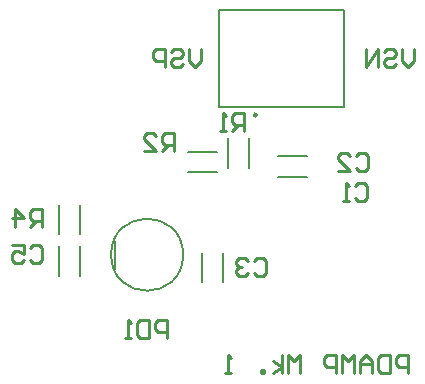
<source format=gbr>
G04*
G04 #@! TF.GenerationSoftware,Altium Limited,Altium Designer,24.4.1 (13)*
G04*
G04 Layer_Color=32896*
%FSLAX25Y25*%
%MOIN*%
G70*
G04*
G04 #@! TF.SameCoordinates,D49A6A7F-BD6C-421B-9F91-F44A7ED913D7*
G04*
G04*
G04 #@! TF.FilePolarity,Positive*
G04*
G01*
G75*
%ADD11C,0.00984*%
%ADD12C,0.00787*%
%ADD13C,0.01000*%
%ADD49C,0.00591*%
D11*
X96261Y83556D02*
G03*
X96261Y83556I-492J0D01*
G01*
D12*
X93813Y65827D02*
Y75694D01*
X86702Y65827D02*
Y75694D01*
X30389Y29992D02*
Y39670D01*
X37311Y29992D02*
Y39670D01*
X30295Y43736D02*
Y53603D01*
X37406Y43736D02*
Y53603D01*
X83564Y118398D02*
X125297D01*
Y86115D02*
Y118398D01*
X83564Y86115D02*
X125297D01*
X83564D02*
Y118398D01*
X49098Y32201D02*
Y41650D01*
X103311Y69774D02*
X112989D01*
X103311Y62852D02*
X112989D01*
X73449Y64513D02*
X82945D01*
X73449Y71253D02*
X82945D01*
X85057Y27827D02*
Y37505D01*
X78135Y27827D02*
Y37505D01*
D13*
X146634Y-2614D02*
Y3384D01*
X143635D01*
X142635Y2384D01*
Y385D01*
X143635Y-615D01*
X146634D01*
X140636Y3384D02*
Y-2614D01*
X137637D01*
X136637Y-1615D01*
Y2384D01*
X137637Y3384D01*
X140636D01*
X134638Y-2614D02*
Y1385D01*
X132638Y3384D01*
X130639Y1385D01*
Y-2614D01*
Y385D01*
X134638D01*
X128640Y-2614D02*
Y3384D01*
X126640Y1385D01*
X124641Y3384D01*
Y-2614D01*
X122642D02*
Y3384D01*
X119643D01*
X118643Y2384D01*
Y385D01*
X119643Y-615D01*
X122642D01*
X110645Y-2614D02*
Y3384D01*
X108646Y1385D01*
X106647Y3384D01*
Y-2614D01*
X104647D02*
Y3384D01*
Y-615D02*
X101648Y1385D01*
X104647Y-615D02*
X101648Y-2614D01*
X98649D02*
Y-1615D01*
X97650D01*
Y-2614D01*
X98649D01*
X87653D02*
X85654D01*
X86653D01*
Y3384D01*
X87653Y2384D01*
X148606Y105423D02*
Y101425D01*
X146607Y99425D01*
X144608Y101425D01*
Y105423D01*
X138610Y104424D02*
X139609Y105423D01*
X141609D01*
X142608Y104424D01*
Y103424D01*
X141609Y102424D01*
X139609D01*
X138610Y101425D01*
Y100425D01*
X139609Y99425D01*
X141609D01*
X142608Y100425D01*
X136610Y99425D02*
Y105423D01*
X132612Y99425D01*
Y105423D01*
X77740D02*
Y101425D01*
X75741Y99425D01*
X73741Y101425D01*
Y105423D01*
X67743Y104424D02*
X68743Y105423D01*
X70742D01*
X71742Y104424D01*
Y103424D01*
X70742Y102424D01*
X68743D01*
X67743Y101425D01*
Y100425D01*
X68743Y99425D01*
X70742D01*
X71742Y100425D01*
X65744Y99425D02*
Y105423D01*
X62745D01*
X61745Y104424D01*
Y102424D01*
X62745Y101425D01*
X65744D01*
X20574Y39326D02*
X21574Y40326D01*
X23573D01*
X24573Y39326D01*
Y35327D01*
X23573Y34328D01*
X21574D01*
X20574Y35327D01*
X14576Y40326D02*
X18575D01*
Y37327D01*
X16576Y38326D01*
X15576D01*
X14576Y37327D01*
Y35327D01*
X15576Y34328D01*
X17575D01*
X18575Y35327D01*
X95488Y34677D02*
X96487Y35676D01*
X98487D01*
X99487Y34677D01*
Y30678D01*
X98487Y29678D01*
X96487D01*
X95488Y30678D01*
X93489Y34677D02*
X92489Y35676D01*
X90490D01*
X89490Y34677D01*
Y33677D01*
X90490Y32677D01*
X91489D01*
X90490D01*
X89490Y31677D01*
Y30678D01*
X90490Y29678D01*
X92489D01*
X93489Y30678D01*
X129346Y69716D02*
X130346Y70716D01*
X132345D01*
X133345Y69716D01*
Y65717D01*
X132345Y64718D01*
X130346D01*
X129346Y65717D01*
X123348Y64718D02*
X127347D01*
X123348Y68716D01*
Y69716D01*
X124348Y70716D01*
X126347D01*
X127347Y69716D01*
X129134Y59873D02*
X130133Y60873D01*
X132133D01*
X133133Y59873D01*
Y55875D01*
X132133Y54875D01*
X130133D01*
X129134Y55875D01*
X127135Y54875D02*
X125135D01*
X126135D01*
Y60873D01*
X127135Y59873D01*
X24573Y46139D02*
Y52137D01*
X21574D01*
X20574Y51137D01*
Y49138D01*
X21574Y48138D01*
X24573D01*
X22574D02*
X20574Y46139D01*
X15576D02*
Y52137D01*
X18575Y49138D01*
X14576D01*
X68581Y71529D02*
Y77527D01*
X65582D01*
X64582Y76527D01*
Y74528D01*
X65582Y73528D01*
X68581D01*
X66582D02*
X64582Y71529D01*
X58584D02*
X62583D01*
X58584Y75527D01*
Y76527D01*
X59584Y77527D01*
X61583D01*
X62583Y76527D01*
X92188Y78103D02*
Y84101D01*
X89189D01*
X88189Y83102D01*
Y81102D01*
X89189Y80103D01*
X92188D01*
X90188D02*
X88189Y78103D01*
X86190D02*
X84190D01*
X85190D01*
Y84101D01*
X86190Y83102D01*
X66328Y9245D02*
Y15243D01*
X63329D01*
X62330Y14243D01*
Y12244D01*
X63329Y11244D01*
X66328D01*
X60330Y15243D02*
Y9245D01*
X57331D01*
X56332Y10245D01*
Y14243D01*
X57331Y15243D01*
X60330D01*
X54332Y9245D02*
X52333D01*
X53333D01*
Y15243D01*
X54332Y14243D01*
D49*
X71736Y36925D02*
G03*
X71736Y36925I-12008J0D01*
G01*
M02*

</source>
